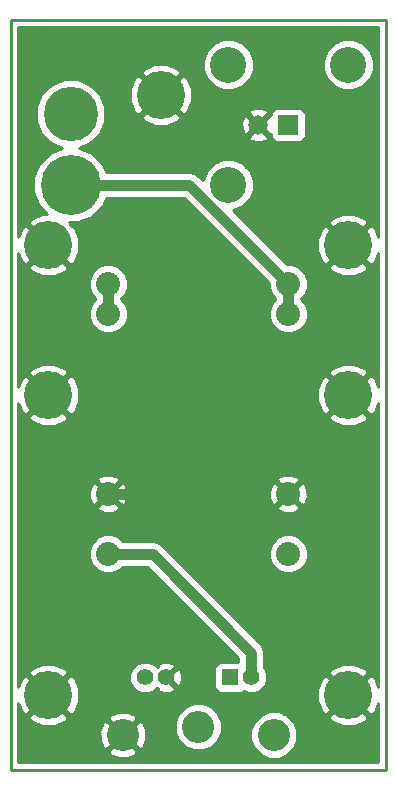
<source format=gtl>
G04 (created by PCBNEW-RS274X (2010-03-14)-final) date Fri 10 Jun 2011 04:11:06 PM PDT*
G01*
G70*
G90*
%MOIN*%
G04 Gerber Fmt 3.4, Leading zero omitted, Abs format*
%FSLAX34Y34*%
G04 APERTURE LIST*
%ADD10C,0.006000*%
%ADD11C,0.009000*%
%ADD12C,0.120000*%
%ADD13R,0.065000X0.065000*%
%ADD14C,0.065000*%
%ADD15C,0.107000*%
%ADD16C,0.056000*%
%ADD17R,0.056000X0.056000*%
%ADD18C,0.200000*%
%ADD19C,0.181100*%
%ADD20C,0.080000*%
%ADD21C,0.160000*%
%ADD22C,0.046000*%
%ADD23C,0.036000*%
%ADD24C,0.010000*%
G04 APERTURE END LIST*
G54D10*
G54D11*
X52250Y-29000D02*
X52250Y-54000D01*
X64750Y-29000D02*
X52250Y-29000D01*
X64750Y-54000D02*
X64750Y-29000D01*
X52250Y-54000D02*
X64750Y-54000D01*
G54D12*
X59500Y-30500D03*
X63500Y-30500D03*
G54D13*
X61500Y-32500D03*
G54D14*
X60500Y-32500D03*
G54D12*
X59500Y-34500D03*
G54D15*
X55980Y-52840D03*
X61020Y-52840D03*
G54D16*
X56730Y-50920D03*
X60270Y-50920D03*
X57435Y-50920D03*
G54D17*
X59565Y-50920D03*
G54D15*
X58500Y-52570D03*
G54D18*
X54250Y-34500D03*
G54D19*
X54250Y-32138D03*
G54D20*
X61500Y-37800D03*
X61500Y-38800D03*
X55500Y-37800D03*
X55500Y-38800D03*
X61500Y-44800D03*
X55500Y-44800D03*
X55500Y-46800D03*
X61500Y-46800D03*
G54D21*
X63500Y-41500D03*
X53500Y-51500D03*
X63500Y-51500D03*
X53500Y-41500D03*
X63500Y-36500D03*
X57250Y-31500D03*
X53500Y-36500D03*
G54D22*
X57000Y-44250D03*
G54D23*
X60270Y-50096D02*
X60270Y-50920D01*
X56974Y-46800D02*
X60270Y-50096D01*
X55500Y-46800D02*
X56974Y-46800D01*
X61500Y-38800D02*
X61500Y-37800D01*
X58200Y-34500D02*
X54250Y-34500D01*
X61500Y-37800D02*
X58200Y-34500D01*
X55500Y-38800D02*
X55500Y-37800D01*
X55500Y-44800D02*
X56450Y-44800D01*
X56450Y-44800D02*
X57000Y-44250D01*
G54D24*
X52495Y-29245D02*
X64505Y-29245D01*
X52495Y-29325D02*
X64505Y-29325D01*
X52495Y-29405D02*
X64505Y-29405D01*
X52495Y-29485D02*
X64505Y-29485D01*
X52495Y-29565D02*
X64505Y-29565D01*
X52495Y-29645D02*
X64505Y-29645D01*
X52495Y-29725D02*
X59151Y-29725D01*
X59850Y-29725D02*
X63151Y-29725D01*
X63850Y-29725D02*
X64505Y-29725D01*
X52495Y-29805D02*
X58994Y-29805D01*
X60007Y-29805D02*
X62994Y-29805D01*
X64007Y-29805D02*
X64505Y-29805D01*
X52495Y-29885D02*
X58914Y-29885D01*
X60087Y-29885D02*
X62914Y-29885D01*
X64087Y-29885D02*
X64505Y-29885D01*
X52495Y-29965D02*
X58834Y-29965D01*
X60167Y-29965D02*
X62834Y-29965D01*
X64167Y-29965D02*
X64505Y-29965D01*
X52495Y-30045D02*
X58769Y-30045D01*
X60232Y-30045D02*
X62769Y-30045D01*
X64232Y-30045D02*
X64505Y-30045D01*
X52495Y-30125D02*
X58736Y-30125D01*
X60265Y-30125D02*
X62736Y-30125D01*
X64265Y-30125D02*
X64505Y-30125D01*
X52495Y-30205D02*
X58703Y-30205D01*
X60298Y-30205D02*
X62703Y-30205D01*
X64298Y-30205D02*
X64505Y-30205D01*
X52495Y-30285D02*
X58669Y-30285D01*
X60331Y-30285D02*
X62669Y-30285D01*
X64331Y-30285D02*
X64505Y-30285D01*
X52495Y-30365D02*
X58650Y-30365D01*
X60350Y-30365D02*
X62650Y-30365D01*
X64350Y-30365D02*
X64505Y-30365D01*
X52495Y-30445D02*
X58650Y-30445D01*
X60350Y-30445D02*
X62650Y-30445D01*
X64350Y-30445D02*
X64505Y-30445D01*
X52495Y-30525D02*
X56911Y-30525D01*
X57583Y-30525D02*
X58650Y-30525D01*
X60350Y-30525D02*
X62650Y-30525D01*
X64350Y-30525D02*
X64505Y-30525D01*
X52495Y-30605D02*
X56718Y-30605D01*
X57782Y-30605D02*
X58650Y-30605D01*
X60350Y-30605D02*
X62650Y-30605D01*
X64350Y-30605D02*
X64505Y-30605D01*
X52495Y-30685D02*
X56637Y-30685D01*
X57864Y-30685D02*
X58657Y-30685D01*
X60343Y-30685D02*
X62657Y-30685D01*
X64343Y-30685D02*
X64505Y-30685D01*
X52495Y-30765D02*
X56590Y-30765D01*
X57911Y-30765D02*
X58690Y-30765D01*
X60310Y-30765D02*
X62690Y-30765D01*
X64310Y-30765D02*
X64505Y-30765D01*
X52495Y-30845D02*
X56506Y-30845D01*
X56524Y-30845D02*
X56666Y-30845D01*
X57834Y-30845D02*
X57976Y-30845D01*
X57995Y-30845D02*
X58723Y-30845D01*
X60277Y-30845D02*
X62723Y-30845D01*
X64277Y-30845D02*
X64505Y-30845D01*
X52495Y-30925D02*
X56373Y-30925D01*
X56604Y-30925D02*
X56746Y-30925D01*
X57754Y-30925D02*
X57896Y-30925D01*
X58128Y-30925D02*
X58756Y-30925D01*
X60243Y-30925D02*
X62756Y-30925D01*
X64243Y-30925D02*
X64505Y-30925D01*
X52495Y-31005D02*
X53968Y-31005D01*
X54534Y-31005D02*
X56341Y-31005D01*
X56684Y-31005D02*
X56826Y-31005D01*
X57674Y-31005D02*
X57816Y-31005D01*
X58161Y-31005D02*
X58803Y-31005D01*
X60196Y-31005D02*
X62803Y-31005D01*
X64196Y-31005D02*
X64505Y-31005D01*
X52495Y-31085D02*
X53775Y-31085D01*
X54727Y-31085D02*
X56309Y-31085D01*
X56764Y-31085D02*
X56906Y-31085D01*
X57594Y-31085D02*
X57736Y-31085D01*
X58194Y-31085D02*
X58883Y-31085D01*
X60116Y-31085D02*
X62883Y-31085D01*
X64116Y-31085D02*
X64505Y-31085D01*
X52495Y-31165D02*
X53590Y-31165D01*
X54911Y-31165D02*
X56276Y-31165D01*
X56844Y-31165D02*
X56986Y-31165D01*
X57514Y-31165D02*
X57656Y-31165D01*
X58227Y-31165D02*
X58963Y-31165D01*
X60036Y-31165D02*
X62963Y-31165D01*
X64036Y-31165D02*
X64505Y-31165D01*
X52495Y-31245D02*
X53510Y-31245D01*
X54991Y-31245D02*
X56244Y-31245D01*
X56924Y-31245D02*
X57066Y-31245D01*
X57434Y-31245D02*
X57576Y-31245D01*
X58261Y-31245D02*
X59078Y-31245D01*
X59921Y-31245D02*
X63078Y-31245D01*
X63921Y-31245D02*
X64505Y-31245D01*
X52495Y-31325D02*
X53430Y-31325D01*
X55071Y-31325D02*
X56220Y-31325D01*
X57004Y-31325D02*
X57146Y-31325D01*
X57354Y-31325D02*
X57496Y-31325D01*
X58278Y-31325D02*
X59270Y-31325D01*
X59728Y-31325D02*
X63270Y-31325D01*
X63728Y-31325D02*
X64505Y-31325D01*
X52495Y-31405D02*
X53350Y-31405D01*
X55151Y-31405D02*
X56220Y-31405D01*
X57084Y-31405D02*
X57226Y-31405D01*
X57274Y-31405D02*
X57416Y-31405D01*
X58278Y-31405D02*
X64505Y-31405D01*
X52495Y-31485D02*
X53271Y-31485D01*
X55230Y-31485D02*
X56221Y-31485D01*
X57164Y-31485D02*
X57336Y-31485D01*
X58279Y-31485D02*
X64505Y-31485D01*
X52495Y-31565D02*
X53238Y-31565D01*
X55263Y-31565D02*
X56221Y-31565D01*
X57114Y-31565D02*
X57386Y-31565D01*
X58280Y-31565D02*
X64505Y-31565D01*
X52495Y-31645D02*
X53204Y-31645D01*
X55296Y-31645D02*
X56222Y-31645D01*
X57034Y-31645D02*
X57176Y-31645D01*
X57324Y-31645D02*
X57466Y-31645D01*
X58280Y-31645D02*
X64505Y-31645D01*
X52495Y-31725D02*
X53171Y-31725D01*
X55329Y-31725D02*
X56227Y-31725D01*
X56954Y-31725D02*
X57096Y-31725D01*
X57404Y-31725D02*
X57546Y-31725D01*
X58268Y-31725D02*
X64505Y-31725D01*
X52495Y-31805D02*
X53138Y-31805D01*
X55362Y-31805D02*
X56260Y-31805D01*
X56874Y-31805D02*
X57016Y-31805D01*
X57484Y-31805D02*
X57626Y-31805D01*
X58236Y-31805D02*
X64505Y-31805D01*
X52495Y-31885D02*
X53105Y-31885D01*
X55396Y-31885D02*
X56293Y-31885D01*
X56794Y-31885D02*
X56936Y-31885D01*
X57564Y-31885D02*
X57706Y-31885D01*
X58203Y-31885D02*
X64505Y-31885D01*
X52495Y-31965D02*
X53095Y-31965D01*
X55405Y-31965D02*
X56327Y-31965D01*
X56714Y-31965D02*
X56856Y-31965D01*
X57644Y-31965D02*
X57786Y-31965D01*
X58171Y-31965D02*
X60310Y-31965D01*
X60677Y-31965D02*
X61033Y-31965D01*
X61967Y-31965D02*
X64505Y-31965D01*
X52495Y-32045D02*
X53095Y-32045D01*
X55405Y-32045D02*
X56360Y-32045D01*
X56634Y-32045D02*
X56776Y-32045D01*
X57724Y-32045D02*
X57866Y-32045D01*
X58139Y-32045D02*
X60193Y-32045D01*
X60808Y-32045D02*
X60960Y-32045D01*
X62041Y-32045D02*
X64505Y-32045D01*
X52495Y-32125D02*
X53095Y-32125D01*
X55405Y-32125D02*
X56455Y-32125D01*
X56554Y-32125D02*
X56696Y-32125D01*
X57804Y-32125D02*
X57946Y-32125D01*
X58044Y-32125D02*
X60196Y-32125D01*
X60804Y-32125D02*
X60926Y-32125D01*
X62074Y-32125D02*
X64505Y-32125D01*
X52495Y-32205D02*
X53095Y-32205D01*
X55405Y-32205D02*
X56616Y-32205D01*
X57884Y-32205D02*
X60008Y-32205D01*
X60134Y-32205D02*
X60276Y-32205D01*
X60724Y-32205D02*
X60866Y-32205D01*
X62074Y-32205D02*
X64505Y-32205D01*
X52495Y-32285D02*
X53095Y-32285D01*
X55405Y-32285D02*
X56619Y-32285D01*
X57880Y-32285D02*
X59979Y-32285D01*
X60214Y-32285D02*
X60356Y-32285D01*
X60644Y-32285D02*
X60786Y-32285D01*
X62074Y-32285D02*
X64505Y-32285D01*
X52495Y-32365D02*
X53095Y-32365D01*
X55405Y-32365D02*
X56666Y-32365D01*
X57833Y-32365D02*
X59951Y-32365D01*
X60294Y-32365D02*
X60436Y-32365D01*
X60564Y-32365D02*
X60706Y-32365D01*
X62074Y-32365D02*
X64505Y-32365D01*
X52495Y-32445D02*
X53127Y-32445D01*
X55373Y-32445D02*
X56842Y-32445D01*
X57661Y-32445D02*
X59933Y-32445D01*
X60374Y-32445D02*
X60626Y-32445D01*
X62074Y-32445D02*
X64505Y-32445D01*
X52495Y-32525D02*
X53160Y-32525D01*
X55339Y-32525D02*
X57041Y-32525D01*
X57468Y-32525D02*
X59937Y-32525D01*
X60404Y-32525D02*
X60596Y-32525D01*
X62074Y-32525D02*
X64505Y-32525D01*
X52495Y-32605D02*
X53193Y-32605D01*
X55306Y-32605D02*
X59942Y-32605D01*
X60324Y-32605D02*
X60466Y-32605D01*
X60534Y-32605D02*
X60676Y-32605D01*
X62074Y-32605D02*
X64505Y-32605D01*
X52495Y-32685D02*
X53226Y-32685D01*
X55273Y-32685D02*
X59962Y-32685D01*
X60244Y-32685D02*
X60386Y-32685D01*
X60614Y-32685D02*
X60756Y-32685D01*
X62074Y-32685D02*
X64505Y-32685D01*
X52495Y-32765D02*
X53259Y-32765D01*
X55240Y-32765D02*
X59995Y-32765D01*
X60164Y-32765D02*
X60306Y-32765D01*
X60694Y-32765D02*
X60836Y-32765D01*
X62074Y-32765D02*
X64505Y-32765D01*
X52495Y-32845D02*
X53323Y-32845D01*
X55176Y-32845D02*
X60226Y-32845D01*
X60774Y-32845D02*
X60926Y-32845D01*
X62074Y-32845D02*
X64505Y-32845D01*
X52495Y-32925D02*
X53403Y-32925D01*
X55096Y-32925D02*
X60183Y-32925D01*
X60816Y-32925D02*
X60947Y-32925D01*
X62053Y-32925D02*
X64505Y-32925D01*
X52495Y-33005D02*
X53483Y-33005D01*
X55016Y-33005D02*
X60240Y-33005D01*
X60764Y-33005D02*
X61003Y-33005D01*
X61997Y-33005D02*
X64505Y-33005D01*
X52495Y-33085D02*
X53563Y-33085D01*
X54936Y-33085D02*
X64505Y-33085D01*
X52495Y-33165D02*
X53711Y-33165D01*
X54787Y-33165D02*
X64505Y-33165D01*
X52495Y-33245D02*
X53905Y-33245D01*
X54593Y-33245D02*
X64505Y-33245D01*
X52495Y-33325D02*
X53820Y-33325D01*
X54680Y-33325D02*
X64505Y-33325D01*
X52495Y-33405D02*
X53628Y-33405D01*
X54873Y-33405D02*
X64505Y-33405D01*
X52495Y-33485D02*
X53498Y-33485D01*
X55003Y-33485D02*
X64505Y-33485D01*
X52495Y-33565D02*
X53418Y-33565D01*
X55083Y-33565D02*
X64505Y-33565D01*
X52495Y-33645D02*
X53338Y-33645D01*
X55163Y-33645D02*
X64505Y-33645D01*
X52495Y-33725D02*
X53258Y-33725D01*
X55243Y-33725D02*
X59150Y-33725D01*
X59850Y-33725D02*
X64505Y-33725D01*
X52495Y-33805D02*
X53186Y-33805D01*
X55315Y-33805D02*
X58994Y-33805D01*
X60007Y-33805D02*
X64505Y-33805D01*
X52495Y-33885D02*
X53153Y-33885D01*
X55348Y-33885D02*
X58914Y-33885D01*
X60087Y-33885D02*
X64505Y-33885D01*
X52495Y-33965D02*
X53119Y-33965D01*
X55381Y-33965D02*
X58834Y-33965D01*
X60167Y-33965D02*
X64505Y-33965D01*
X52495Y-34045D02*
X53086Y-34045D01*
X55414Y-34045D02*
X58769Y-34045D01*
X60232Y-34045D02*
X64505Y-34045D01*
X52495Y-34125D02*
X53053Y-34125D01*
X58398Y-34125D02*
X58736Y-34125D01*
X60265Y-34125D02*
X64505Y-34125D01*
X52495Y-34205D02*
X53020Y-34205D01*
X58513Y-34205D02*
X58703Y-34205D01*
X60298Y-34205D02*
X64505Y-34205D01*
X52495Y-34285D02*
X53001Y-34285D01*
X58593Y-34285D02*
X58669Y-34285D01*
X60331Y-34285D02*
X64505Y-34285D01*
X52495Y-34365D02*
X53001Y-34365D01*
X60350Y-34365D02*
X64505Y-34365D01*
X52495Y-34445D02*
X53001Y-34445D01*
X60350Y-34445D02*
X64505Y-34445D01*
X52495Y-34525D02*
X53001Y-34525D01*
X60350Y-34525D02*
X64505Y-34525D01*
X52495Y-34605D02*
X53001Y-34605D01*
X60350Y-34605D02*
X64505Y-34605D01*
X52495Y-34685D02*
X53001Y-34685D01*
X60343Y-34685D02*
X64505Y-34685D01*
X52495Y-34765D02*
X53007Y-34765D01*
X60310Y-34765D02*
X64505Y-34765D01*
X52495Y-34845D02*
X53040Y-34845D01*
X60277Y-34845D02*
X64505Y-34845D01*
X52495Y-34925D02*
X53073Y-34925D01*
X60243Y-34925D02*
X64505Y-34925D01*
X52495Y-35005D02*
X53106Y-35005D01*
X55393Y-35005D02*
X58096Y-35005D01*
X60196Y-35005D02*
X64505Y-35005D01*
X52495Y-35085D02*
X53139Y-35085D01*
X55360Y-35085D02*
X58176Y-35085D01*
X60116Y-35085D02*
X64505Y-35085D01*
X52495Y-35165D02*
X53172Y-35165D01*
X55327Y-35165D02*
X58256Y-35165D01*
X60036Y-35165D02*
X64505Y-35165D01*
X52495Y-35245D02*
X53228Y-35245D01*
X55272Y-35245D02*
X58336Y-35245D01*
X59921Y-35245D02*
X64505Y-35245D01*
X52495Y-35325D02*
X53308Y-35325D01*
X55192Y-35325D02*
X58416Y-35325D01*
X59728Y-35325D02*
X64505Y-35325D01*
X52495Y-35405D02*
X53388Y-35405D01*
X55112Y-35405D02*
X58496Y-35405D01*
X59713Y-35405D02*
X64505Y-35405D01*
X52495Y-35485D02*
X53258Y-35485D01*
X55032Y-35485D02*
X58576Y-35485D01*
X59793Y-35485D02*
X63258Y-35485D01*
X63734Y-35485D02*
X64505Y-35485D01*
X52495Y-35565D02*
X53064Y-35565D01*
X54944Y-35565D02*
X58656Y-35565D01*
X59873Y-35565D02*
X63064Y-35565D01*
X63932Y-35565D02*
X64505Y-35565D01*
X52495Y-35645D02*
X52911Y-35645D01*
X54751Y-35645D02*
X58736Y-35645D01*
X59953Y-35645D02*
X62911Y-35645D01*
X64090Y-35645D02*
X64505Y-35645D01*
X52495Y-35725D02*
X52864Y-35725D01*
X54557Y-35725D02*
X58816Y-35725D01*
X60033Y-35725D02*
X62864Y-35725D01*
X64137Y-35725D02*
X64505Y-35725D01*
X52495Y-35805D02*
X52876Y-35805D01*
X54246Y-35805D02*
X58896Y-35805D01*
X60113Y-35805D02*
X62876Y-35805D01*
X64124Y-35805D02*
X64505Y-35805D01*
X52495Y-35885D02*
X52689Y-35885D01*
X52814Y-35885D02*
X52956Y-35885D01*
X54312Y-35885D02*
X58976Y-35885D01*
X60193Y-35885D02*
X62689Y-35885D01*
X62814Y-35885D02*
X62956Y-35885D01*
X64044Y-35885D02*
X64186Y-35885D01*
X64312Y-35885D02*
X64505Y-35885D01*
X52495Y-35965D02*
X52607Y-35965D01*
X52894Y-35965D02*
X53036Y-35965D01*
X54394Y-35965D02*
X59056Y-35965D01*
X60273Y-35965D02*
X62607Y-35965D01*
X62894Y-35965D02*
X63036Y-35965D01*
X63964Y-35965D02*
X64106Y-35965D01*
X64395Y-35965D02*
X64505Y-35965D01*
X52495Y-36045D02*
X52575Y-36045D01*
X52974Y-36045D02*
X53116Y-36045D01*
X54428Y-36045D02*
X59136Y-36045D01*
X60353Y-36045D02*
X62575Y-36045D01*
X62974Y-36045D02*
X63116Y-36045D01*
X63884Y-36045D02*
X64026Y-36045D01*
X64428Y-36045D02*
X64505Y-36045D01*
X52495Y-36125D02*
X52542Y-36125D01*
X53054Y-36125D02*
X53196Y-36125D01*
X54461Y-36125D02*
X59216Y-36125D01*
X60433Y-36125D02*
X62543Y-36125D01*
X63054Y-36125D02*
X63196Y-36125D01*
X63804Y-36125D02*
X63946Y-36125D01*
X64461Y-36125D02*
X64505Y-36125D01*
X52495Y-36205D02*
X52510Y-36205D01*
X53134Y-36205D02*
X53276Y-36205D01*
X54494Y-36205D02*
X59296Y-36205D01*
X60513Y-36205D02*
X62510Y-36205D01*
X63134Y-36205D02*
X63276Y-36205D01*
X63724Y-36205D02*
X63866Y-36205D01*
X64494Y-36205D02*
X64505Y-36205D01*
X53214Y-36285D02*
X53356Y-36285D01*
X54527Y-36285D02*
X59376Y-36285D01*
X60593Y-36285D02*
X62478Y-36285D01*
X63214Y-36285D02*
X63356Y-36285D01*
X63644Y-36285D02*
X63786Y-36285D01*
X53294Y-36365D02*
X53436Y-36365D01*
X54528Y-36365D02*
X59456Y-36365D01*
X60673Y-36365D02*
X62470Y-36365D01*
X63294Y-36365D02*
X63436Y-36365D01*
X63564Y-36365D02*
X63706Y-36365D01*
X53374Y-36445D02*
X53516Y-36445D01*
X54529Y-36445D02*
X59536Y-36445D01*
X60753Y-36445D02*
X62471Y-36445D01*
X63374Y-36445D02*
X63626Y-36445D01*
X53404Y-36525D02*
X53596Y-36525D01*
X54529Y-36525D02*
X59616Y-36525D01*
X60833Y-36525D02*
X62471Y-36525D01*
X63404Y-36525D02*
X63596Y-36525D01*
X53324Y-36605D02*
X53466Y-36605D01*
X53534Y-36605D02*
X53676Y-36605D01*
X54530Y-36605D02*
X59696Y-36605D01*
X60913Y-36605D02*
X62472Y-36605D01*
X63324Y-36605D02*
X63466Y-36605D01*
X63534Y-36605D02*
X63676Y-36605D01*
X53244Y-36685D02*
X53386Y-36685D01*
X53614Y-36685D02*
X53756Y-36685D01*
X54530Y-36685D02*
X59776Y-36685D01*
X60993Y-36685D02*
X62472Y-36685D01*
X63244Y-36685D02*
X63386Y-36685D01*
X63614Y-36685D02*
X63756Y-36685D01*
X53164Y-36765D02*
X53306Y-36765D01*
X53694Y-36765D02*
X53836Y-36765D01*
X54502Y-36765D02*
X59856Y-36765D01*
X61073Y-36765D02*
X62494Y-36765D01*
X63164Y-36765D02*
X63306Y-36765D01*
X63694Y-36765D02*
X63836Y-36765D01*
X64502Y-36765D02*
X64505Y-36765D01*
X52495Y-36845D02*
X52527Y-36845D01*
X53084Y-36845D02*
X53226Y-36845D01*
X53774Y-36845D02*
X53916Y-36845D01*
X54470Y-36845D02*
X59936Y-36845D01*
X61153Y-36845D02*
X62527Y-36845D01*
X63084Y-36845D02*
X63226Y-36845D01*
X63774Y-36845D02*
X63916Y-36845D01*
X64469Y-36845D02*
X64505Y-36845D01*
X52495Y-36925D02*
X52560Y-36925D01*
X53004Y-36925D02*
X53146Y-36925D01*
X53854Y-36925D02*
X53996Y-36925D01*
X54437Y-36925D02*
X60016Y-36925D01*
X61233Y-36925D02*
X62560Y-36925D01*
X63004Y-36925D02*
X63146Y-36925D01*
X63854Y-36925D02*
X63996Y-36925D01*
X64437Y-36925D02*
X64505Y-36925D01*
X52495Y-37005D02*
X52593Y-37005D01*
X52924Y-37005D02*
X53066Y-37005D01*
X53934Y-37005D02*
X54076Y-37005D01*
X54405Y-37005D02*
X60096Y-37005D01*
X61313Y-37005D02*
X62593Y-37005D01*
X62924Y-37005D02*
X63066Y-37005D01*
X63934Y-37005D02*
X64076Y-37005D01*
X64405Y-37005D02*
X64505Y-37005D01*
X52495Y-37085D02*
X52638Y-37085D01*
X52844Y-37085D02*
X52986Y-37085D01*
X54014Y-37085D02*
X54156Y-37085D01*
X54361Y-37085D02*
X60176Y-37085D01*
X61393Y-37085D02*
X62638Y-37085D01*
X62844Y-37085D02*
X62986Y-37085D01*
X64014Y-37085D02*
X64156Y-37085D01*
X64361Y-37085D02*
X64505Y-37085D01*
X52495Y-37165D02*
X52906Y-37165D01*
X54094Y-37165D02*
X55338Y-37165D01*
X55663Y-37165D02*
X60256Y-37165D01*
X61663Y-37165D02*
X62906Y-37165D01*
X64094Y-37165D02*
X64505Y-37165D01*
X52495Y-37245D02*
X52845Y-37245D01*
X54154Y-37245D02*
X55145Y-37245D01*
X55856Y-37245D02*
X60336Y-37245D01*
X61856Y-37245D02*
X62845Y-37245D01*
X64154Y-37245D02*
X64505Y-37245D01*
X52495Y-37325D02*
X52892Y-37325D01*
X54107Y-37325D02*
X55057Y-37325D01*
X55943Y-37325D02*
X60416Y-37325D01*
X61943Y-37325D02*
X62892Y-37325D01*
X64107Y-37325D02*
X64505Y-37325D01*
X52495Y-37405D02*
X52993Y-37405D01*
X54008Y-37405D02*
X54977Y-37405D01*
X56023Y-37405D02*
X60496Y-37405D01*
X62023Y-37405D02*
X62993Y-37405D01*
X64008Y-37405D02*
X64505Y-37405D01*
X52495Y-37485D02*
X53192Y-37485D01*
X53815Y-37485D02*
X54929Y-37485D01*
X56072Y-37485D02*
X60576Y-37485D01*
X62072Y-37485D02*
X63192Y-37485D01*
X63815Y-37485D02*
X64505Y-37485D01*
X52495Y-37565D02*
X54895Y-37565D01*
X56106Y-37565D02*
X60656Y-37565D01*
X62106Y-37565D02*
X64505Y-37565D01*
X52495Y-37645D02*
X54862Y-37645D01*
X56139Y-37645D02*
X60736Y-37645D01*
X62139Y-37645D02*
X64505Y-37645D01*
X52495Y-37725D02*
X54851Y-37725D01*
X56149Y-37725D02*
X60816Y-37725D01*
X62149Y-37725D02*
X64505Y-37725D01*
X52495Y-37805D02*
X54851Y-37805D01*
X56149Y-37805D02*
X60851Y-37805D01*
X62149Y-37805D02*
X64505Y-37805D01*
X52495Y-37885D02*
X54851Y-37885D01*
X56149Y-37885D02*
X60851Y-37885D01*
X62149Y-37885D02*
X64505Y-37885D01*
X52495Y-37965D02*
X54865Y-37965D01*
X56134Y-37965D02*
X60865Y-37965D01*
X62134Y-37965D02*
X64505Y-37965D01*
X52495Y-38045D02*
X54899Y-38045D01*
X56100Y-38045D02*
X60899Y-38045D01*
X62100Y-38045D02*
X64505Y-38045D01*
X52495Y-38125D02*
X54932Y-38125D01*
X56067Y-38125D02*
X60932Y-38125D01*
X62067Y-38125D02*
X64505Y-38125D01*
X52495Y-38205D02*
X54987Y-38205D01*
X56013Y-38205D02*
X60987Y-38205D01*
X62013Y-38205D02*
X64505Y-38205D01*
X52495Y-38285D02*
X55067Y-38285D01*
X55933Y-38285D02*
X61067Y-38285D01*
X61933Y-38285D02*
X64505Y-38285D01*
X52495Y-38365D02*
X55017Y-38365D01*
X55983Y-38365D02*
X61017Y-38365D01*
X61983Y-38365D02*
X64505Y-38365D01*
X52495Y-38445D02*
X54945Y-38445D01*
X56056Y-38445D02*
X60945Y-38445D01*
X62056Y-38445D02*
X64505Y-38445D01*
X52495Y-38525D02*
X54912Y-38525D01*
X56089Y-38525D02*
X60912Y-38525D01*
X62089Y-38525D02*
X64505Y-38525D01*
X52495Y-38605D02*
X54879Y-38605D01*
X56122Y-38605D02*
X60879Y-38605D01*
X62122Y-38605D02*
X64505Y-38605D01*
X52495Y-38685D02*
X54851Y-38685D01*
X56149Y-38685D02*
X60851Y-38685D01*
X62149Y-38685D02*
X64505Y-38685D01*
X52495Y-38765D02*
X54851Y-38765D01*
X56149Y-38765D02*
X60851Y-38765D01*
X62149Y-38765D02*
X64505Y-38765D01*
X52495Y-38845D02*
X54851Y-38845D01*
X56149Y-38845D02*
X60851Y-38845D01*
X62149Y-38845D02*
X64505Y-38845D01*
X52495Y-38925D02*
X54851Y-38925D01*
X56149Y-38925D02*
X60851Y-38925D01*
X62149Y-38925D02*
X64505Y-38925D01*
X52495Y-39005D02*
X54882Y-39005D01*
X56117Y-39005D02*
X60882Y-39005D01*
X62117Y-39005D02*
X64505Y-39005D01*
X52495Y-39085D02*
X54915Y-39085D01*
X56084Y-39085D02*
X60915Y-39085D01*
X62084Y-39085D02*
X64505Y-39085D01*
X52495Y-39165D02*
X54948Y-39165D01*
X56051Y-39165D02*
X60948Y-39165D01*
X62051Y-39165D02*
X64505Y-39165D01*
X52495Y-39245D02*
X55027Y-39245D01*
X55973Y-39245D02*
X61027Y-39245D01*
X61973Y-39245D02*
X64505Y-39245D01*
X52495Y-39325D02*
X55107Y-39325D01*
X55893Y-39325D02*
X61107Y-39325D01*
X61893Y-39325D02*
X64505Y-39325D01*
X52495Y-39405D02*
X55264Y-39405D01*
X55735Y-39405D02*
X61264Y-39405D01*
X61735Y-39405D02*
X64505Y-39405D01*
X52495Y-39485D02*
X64505Y-39485D01*
X52495Y-39565D02*
X64505Y-39565D01*
X52495Y-39645D02*
X64505Y-39645D01*
X52495Y-39725D02*
X64505Y-39725D01*
X52495Y-39805D02*
X64505Y-39805D01*
X52495Y-39885D02*
X64505Y-39885D01*
X52495Y-39965D02*
X64505Y-39965D01*
X52495Y-40045D02*
X64505Y-40045D01*
X52495Y-40125D02*
X64505Y-40125D01*
X52495Y-40205D02*
X64505Y-40205D01*
X52495Y-40285D02*
X64505Y-40285D01*
X52495Y-40365D02*
X64505Y-40365D01*
X52495Y-40445D02*
X64505Y-40445D01*
X52495Y-40525D02*
X53161Y-40525D01*
X53833Y-40525D02*
X63161Y-40525D01*
X63833Y-40525D02*
X64505Y-40525D01*
X52495Y-40605D02*
X52968Y-40605D01*
X54032Y-40605D02*
X62968Y-40605D01*
X64032Y-40605D02*
X64505Y-40605D01*
X52495Y-40685D02*
X52887Y-40685D01*
X54114Y-40685D02*
X62887Y-40685D01*
X64114Y-40685D02*
X64505Y-40685D01*
X52495Y-40765D02*
X52840Y-40765D01*
X54161Y-40765D02*
X62840Y-40765D01*
X64161Y-40765D02*
X64505Y-40765D01*
X52495Y-40845D02*
X52756Y-40845D01*
X52774Y-40845D02*
X52916Y-40845D01*
X54084Y-40845D02*
X54226Y-40845D01*
X54245Y-40845D02*
X62756Y-40845D01*
X62774Y-40845D02*
X62916Y-40845D01*
X64084Y-40845D02*
X64226Y-40845D01*
X64245Y-40845D02*
X64505Y-40845D01*
X52495Y-40925D02*
X52623Y-40925D01*
X52854Y-40925D02*
X52996Y-40925D01*
X54004Y-40925D02*
X54146Y-40925D01*
X54378Y-40925D02*
X62623Y-40925D01*
X62854Y-40925D02*
X62996Y-40925D01*
X64004Y-40925D02*
X64146Y-40925D01*
X64378Y-40925D02*
X64505Y-40925D01*
X52495Y-41005D02*
X52591Y-41005D01*
X52934Y-41005D02*
X53076Y-41005D01*
X53924Y-41005D02*
X54066Y-41005D01*
X54411Y-41005D02*
X62591Y-41005D01*
X62934Y-41005D02*
X63076Y-41005D01*
X63924Y-41005D02*
X64066Y-41005D01*
X64411Y-41005D02*
X64505Y-41005D01*
X52495Y-41085D02*
X52558Y-41085D01*
X53014Y-41085D02*
X53156Y-41085D01*
X53844Y-41085D02*
X53986Y-41085D01*
X54444Y-41085D02*
X62559Y-41085D01*
X63014Y-41085D02*
X63156Y-41085D01*
X63844Y-41085D02*
X63986Y-41085D01*
X64444Y-41085D02*
X64505Y-41085D01*
X52495Y-41165D02*
X52526Y-41165D01*
X53094Y-41165D02*
X53236Y-41165D01*
X53764Y-41165D02*
X53906Y-41165D01*
X54477Y-41165D02*
X62526Y-41165D01*
X63094Y-41165D02*
X63236Y-41165D01*
X63764Y-41165D02*
X63906Y-41165D01*
X64478Y-41165D02*
X64505Y-41165D01*
X53174Y-41245D02*
X53316Y-41245D01*
X53684Y-41245D02*
X53826Y-41245D01*
X54511Y-41245D02*
X62494Y-41245D01*
X63174Y-41245D02*
X63316Y-41245D01*
X63684Y-41245D02*
X63826Y-41245D01*
X53254Y-41325D02*
X53396Y-41325D01*
X53604Y-41325D02*
X53746Y-41325D01*
X54528Y-41325D02*
X62470Y-41325D01*
X63254Y-41325D02*
X63396Y-41325D01*
X63604Y-41325D02*
X63746Y-41325D01*
X53334Y-41405D02*
X53476Y-41405D01*
X53524Y-41405D02*
X53666Y-41405D01*
X54528Y-41405D02*
X62470Y-41405D01*
X63334Y-41405D02*
X63476Y-41405D01*
X63524Y-41405D02*
X63666Y-41405D01*
X53414Y-41485D02*
X53586Y-41485D01*
X54529Y-41485D02*
X62471Y-41485D01*
X63414Y-41485D02*
X63586Y-41485D01*
X53364Y-41565D02*
X53636Y-41565D01*
X54530Y-41565D02*
X62471Y-41565D01*
X63364Y-41565D02*
X63636Y-41565D01*
X53284Y-41645D02*
X53426Y-41645D01*
X53574Y-41645D02*
X53716Y-41645D01*
X54530Y-41645D02*
X62472Y-41645D01*
X63284Y-41645D02*
X63426Y-41645D01*
X63574Y-41645D02*
X63716Y-41645D01*
X53204Y-41725D02*
X53346Y-41725D01*
X53654Y-41725D02*
X53796Y-41725D01*
X54518Y-41725D02*
X62477Y-41725D01*
X63204Y-41725D02*
X63346Y-41725D01*
X63654Y-41725D02*
X63796Y-41725D01*
X52495Y-41805D02*
X52510Y-41805D01*
X53124Y-41805D02*
X53266Y-41805D01*
X53734Y-41805D02*
X53876Y-41805D01*
X54486Y-41805D02*
X62510Y-41805D01*
X63124Y-41805D02*
X63266Y-41805D01*
X63734Y-41805D02*
X63876Y-41805D01*
X64486Y-41805D02*
X64505Y-41805D01*
X52495Y-41885D02*
X52543Y-41885D01*
X53044Y-41885D02*
X53186Y-41885D01*
X53814Y-41885D02*
X53956Y-41885D01*
X54453Y-41885D02*
X62543Y-41885D01*
X63044Y-41885D02*
X63186Y-41885D01*
X63814Y-41885D02*
X63956Y-41885D01*
X64453Y-41885D02*
X64505Y-41885D01*
X52495Y-41965D02*
X52577Y-41965D01*
X52964Y-41965D02*
X53106Y-41965D01*
X53894Y-41965D02*
X54036Y-41965D01*
X54421Y-41965D02*
X62577Y-41965D01*
X62964Y-41965D02*
X63106Y-41965D01*
X63894Y-41965D02*
X64036Y-41965D01*
X64421Y-41965D02*
X64505Y-41965D01*
X52495Y-42045D02*
X52610Y-42045D01*
X52884Y-42045D02*
X53026Y-42045D01*
X53974Y-42045D02*
X54116Y-42045D01*
X54389Y-42045D02*
X62610Y-42045D01*
X62884Y-42045D02*
X63026Y-42045D01*
X63974Y-42045D02*
X64116Y-42045D01*
X64389Y-42045D02*
X64505Y-42045D01*
X52495Y-42125D02*
X52705Y-42125D01*
X52804Y-42125D02*
X52946Y-42125D01*
X54054Y-42125D02*
X54196Y-42125D01*
X54294Y-42125D02*
X62705Y-42125D01*
X62804Y-42125D02*
X62946Y-42125D01*
X64054Y-42125D02*
X64196Y-42125D01*
X64294Y-42125D02*
X64505Y-42125D01*
X52495Y-42205D02*
X52866Y-42205D01*
X54134Y-42205D02*
X62866Y-42205D01*
X64134Y-42205D02*
X64505Y-42205D01*
X52495Y-42285D02*
X52869Y-42285D01*
X54130Y-42285D02*
X62869Y-42285D01*
X64130Y-42285D02*
X64505Y-42285D01*
X52495Y-42365D02*
X52916Y-42365D01*
X54083Y-42365D02*
X62916Y-42365D01*
X64083Y-42365D02*
X64505Y-42365D01*
X52495Y-42445D02*
X53092Y-42445D01*
X53911Y-42445D02*
X63092Y-42445D01*
X63911Y-42445D02*
X64505Y-42445D01*
X52495Y-42525D02*
X53291Y-42525D01*
X53718Y-42525D02*
X63291Y-42525D01*
X63718Y-42525D02*
X64505Y-42525D01*
X52495Y-42605D02*
X64505Y-42605D01*
X52495Y-42685D02*
X64505Y-42685D01*
X52495Y-42765D02*
X64505Y-42765D01*
X52495Y-42845D02*
X64505Y-42845D01*
X52495Y-42925D02*
X64505Y-42925D01*
X52495Y-43005D02*
X64505Y-43005D01*
X52495Y-43085D02*
X64505Y-43085D01*
X52495Y-43165D02*
X64505Y-43165D01*
X52495Y-43245D02*
X64505Y-43245D01*
X52495Y-43325D02*
X64505Y-43325D01*
X52495Y-43405D02*
X64505Y-43405D01*
X52495Y-43485D02*
X64505Y-43485D01*
X52495Y-43565D02*
X64505Y-43565D01*
X52495Y-43645D02*
X64505Y-43645D01*
X52495Y-43725D02*
X64505Y-43725D01*
X52495Y-43805D02*
X64505Y-43805D01*
X52495Y-43885D02*
X64505Y-43885D01*
X52495Y-43965D02*
X64505Y-43965D01*
X52495Y-44045D02*
X64505Y-44045D01*
X52495Y-44125D02*
X64505Y-44125D01*
X52495Y-44205D02*
X55261Y-44205D01*
X55729Y-44205D02*
X61261Y-44205D01*
X61729Y-44205D02*
X64505Y-44205D01*
X52495Y-44285D02*
X55146Y-44285D01*
X55855Y-44285D02*
X61146Y-44285D01*
X61855Y-44285D02*
X64505Y-44285D01*
X52495Y-44365D02*
X55136Y-44365D01*
X55864Y-44365D02*
X61136Y-44365D01*
X61864Y-44365D02*
X64505Y-44365D01*
X52495Y-44445D02*
X54988Y-44445D01*
X55074Y-44445D02*
X55216Y-44445D01*
X55784Y-44445D02*
X55926Y-44445D01*
X56013Y-44445D02*
X60988Y-44445D01*
X61074Y-44445D02*
X61216Y-44445D01*
X61784Y-44445D02*
X61926Y-44445D01*
X62013Y-44445D02*
X64505Y-44445D01*
X52495Y-44525D02*
X54923Y-44525D01*
X55154Y-44525D02*
X55296Y-44525D01*
X55704Y-44525D02*
X55846Y-44525D01*
X56081Y-44525D02*
X60923Y-44525D01*
X61154Y-44525D02*
X61296Y-44525D01*
X61704Y-44525D02*
X61846Y-44525D01*
X62081Y-44525D02*
X64505Y-44525D01*
X52495Y-44605D02*
X54893Y-44605D01*
X55234Y-44605D02*
X55376Y-44605D01*
X55624Y-44605D02*
X55766Y-44605D01*
X56114Y-44605D02*
X60893Y-44605D01*
X61234Y-44605D02*
X61376Y-44605D01*
X61624Y-44605D02*
X61766Y-44605D01*
X62114Y-44605D02*
X64505Y-44605D01*
X52495Y-44685D02*
X54864Y-44685D01*
X55314Y-44685D02*
X55456Y-44685D01*
X55544Y-44685D02*
X55686Y-44685D01*
X56133Y-44685D02*
X60864Y-44685D01*
X61314Y-44685D02*
X61456Y-44685D01*
X61544Y-44685D02*
X61686Y-44685D01*
X62133Y-44685D02*
X64505Y-44685D01*
X52495Y-44765D02*
X54861Y-44765D01*
X55394Y-44765D02*
X55606Y-44765D01*
X56136Y-44765D02*
X60861Y-44765D01*
X61394Y-44765D02*
X61606Y-44765D01*
X62136Y-44765D02*
X64505Y-44765D01*
X52495Y-44845D02*
X54864Y-44845D01*
X55384Y-44845D02*
X55616Y-44845D01*
X56139Y-44845D02*
X60864Y-44845D01*
X61384Y-44845D02*
X61616Y-44845D01*
X62139Y-44845D02*
X64505Y-44845D01*
X52495Y-44925D02*
X54867Y-44925D01*
X55304Y-44925D02*
X55446Y-44925D01*
X55554Y-44925D02*
X55696Y-44925D01*
X56132Y-44925D02*
X60867Y-44925D01*
X61304Y-44925D02*
X61446Y-44925D01*
X61554Y-44925D02*
X61696Y-44925D01*
X62132Y-44925D02*
X64505Y-44925D01*
X52495Y-45005D02*
X54891Y-45005D01*
X55224Y-45005D02*
X55366Y-45005D01*
X55634Y-45005D02*
X55776Y-45005D01*
X56103Y-45005D02*
X60891Y-45005D01*
X61224Y-45005D02*
X61366Y-45005D01*
X61634Y-45005D02*
X61776Y-45005D01*
X62103Y-45005D02*
X64505Y-45005D01*
X52495Y-45085D02*
X54923Y-45085D01*
X55144Y-45085D02*
X55286Y-45085D01*
X55714Y-45085D02*
X55856Y-45085D01*
X56074Y-45085D02*
X60923Y-45085D01*
X61144Y-45085D02*
X61286Y-45085D01*
X61714Y-45085D02*
X61856Y-45085D01*
X62074Y-45085D02*
X64505Y-45085D01*
X52495Y-45165D02*
X55015Y-45165D01*
X55064Y-45165D02*
X55206Y-45165D01*
X55794Y-45165D02*
X55936Y-45165D01*
X55984Y-45165D02*
X61015Y-45165D01*
X61064Y-45165D02*
X61206Y-45165D01*
X61794Y-45165D02*
X61936Y-45165D01*
X61984Y-45165D02*
X64505Y-45165D01*
X52495Y-45245D02*
X55126Y-45245D01*
X55874Y-45245D02*
X61126Y-45245D01*
X61874Y-45245D02*
X64505Y-45245D01*
X52495Y-45325D02*
X55149Y-45325D01*
X55850Y-45325D02*
X61149Y-45325D01*
X61850Y-45325D02*
X64505Y-45325D01*
X52495Y-45405D02*
X55299Y-45405D01*
X55714Y-45405D02*
X61299Y-45405D01*
X61714Y-45405D02*
X64505Y-45405D01*
X52495Y-45485D02*
X64505Y-45485D01*
X52495Y-45565D02*
X64505Y-45565D01*
X52495Y-45645D02*
X64505Y-45645D01*
X52495Y-45725D02*
X64505Y-45725D01*
X52495Y-45805D02*
X64505Y-45805D01*
X52495Y-45885D02*
X64505Y-45885D01*
X52495Y-45965D02*
X64505Y-45965D01*
X52495Y-46045D02*
X64505Y-46045D01*
X52495Y-46125D02*
X64505Y-46125D01*
X52495Y-46205D02*
X55241Y-46205D01*
X55760Y-46205D02*
X61241Y-46205D01*
X61760Y-46205D02*
X64505Y-46205D01*
X52495Y-46285D02*
X55097Y-46285D01*
X55904Y-46285D02*
X61097Y-46285D01*
X61903Y-46285D02*
X64505Y-46285D01*
X52495Y-46365D02*
X55017Y-46365D01*
X55984Y-46365D02*
X61017Y-46365D01*
X61983Y-46365D02*
X64505Y-46365D01*
X52495Y-46445D02*
X54945Y-46445D01*
X57202Y-46445D02*
X60945Y-46445D01*
X62056Y-46445D02*
X64505Y-46445D01*
X52495Y-46525D02*
X54912Y-46525D01*
X57307Y-46525D02*
X60912Y-46525D01*
X62089Y-46525D02*
X64505Y-46525D01*
X52495Y-46605D02*
X54879Y-46605D01*
X57387Y-46605D02*
X60879Y-46605D01*
X62122Y-46605D02*
X64505Y-46605D01*
X52495Y-46685D02*
X54851Y-46685D01*
X57467Y-46685D02*
X60851Y-46685D01*
X62149Y-46685D02*
X64505Y-46685D01*
X52495Y-46765D02*
X54851Y-46765D01*
X57547Y-46765D02*
X60851Y-46765D01*
X62149Y-46765D02*
X64505Y-46765D01*
X52495Y-46845D02*
X54851Y-46845D01*
X57627Y-46845D02*
X60851Y-46845D01*
X62149Y-46845D02*
X64505Y-46845D01*
X52495Y-46925D02*
X54851Y-46925D01*
X57707Y-46925D02*
X60851Y-46925D01*
X62149Y-46925D02*
X64505Y-46925D01*
X52495Y-47005D02*
X54882Y-47005D01*
X57787Y-47005D02*
X60882Y-47005D01*
X62117Y-47005D02*
X64505Y-47005D01*
X52495Y-47085D02*
X54915Y-47085D01*
X57867Y-47085D02*
X60915Y-47085D01*
X62084Y-47085D02*
X64505Y-47085D01*
X52495Y-47165D02*
X54948Y-47165D01*
X57947Y-47165D02*
X60948Y-47165D01*
X62051Y-47165D02*
X64505Y-47165D01*
X52495Y-47245D02*
X55027Y-47245D01*
X55972Y-47245D02*
X56811Y-47245D01*
X58027Y-47245D02*
X61027Y-47245D01*
X61973Y-47245D02*
X64505Y-47245D01*
X52495Y-47325D02*
X55107Y-47325D01*
X55892Y-47325D02*
X56891Y-47325D01*
X58107Y-47325D02*
X61107Y-47325D01*
X61893Y-47325D02*
X64505Y-47325D01*
X52495Y-47405D02*
X55264Y-47405D01*
X55735Y-47405D02*
X56971Y-47405D01*
X58187Y-47405D02*
X61264Y-47405D01*
X61735Y-47405D02*
X64505Y-47405D01*
X52495Y-47485D02*
X57051Y-47485D01*
X58267Y-47485D02*
X64505Y-47485D01*
X52495Y-47565D02*
X57131Y-47565D01*
X58347Y-47565D02*
X64505Y-47565D01*
X52495Y-47645D02*
X57211Y-47645D01*
X58427Y-47645D02*
X64505Y-47645D01*
X52495Y-47725D02*
X57291Y-47725D01*
X58507Y-47725D02*
X64505Y-47725D01*
X52495Y-47805D02*
X57371Y-47805D01*
X58587Y-47805D02*
X64505Y-47805D01*
X52495Y-47885D02*
X57451Y-47885D01*
X58667Y-47885D02*
X64505Y-47885D01*
X52495Y-47965D02*
X57531Y-47965D01*
X58747Y-47965D02*
X64505Y-47965D01*
X52495Y-48045D02*
X57611Y-48045D01*
X58827Y-48045D02*
X64505Y-48045D01*
X52495Y-48125D02*
X57691Y-48125D01*
X58907Y-48125D02*
X64505Y-48125D01*
X52495Y-48205D02*
X57771Y-48205D01*
X58987Y-48205D02*
X64505Y-48205D01*
X52495Y-48285D02*
X57851Y-48285D01*
X59067Y-48285D02*
X64505Y-48285D01*
X52495Y-48365D02*
X57931Y-48365D01*
X59147Y-48365D02*
X64505Y-48365D01*
X52495Y-48445D02*
X58011Y-48445D01*
X59227Y-48445D02*
X64505Y-48445D01*
X52495Y-48525D02*
X58091Y-48525D01*
X59307Y-48525D02*
X64505Y-48525D01*
X52495Y-48605D02*
X58171Y-48605D01*
X59387Y-48605D02*
X64505Y-48605D01*
X52495Y-48685D02*
X58251Y-48685D01*
X59467Y-48685D02*
X64505Y-48685D01*
X52495Y-48765D02*
X58331Y-48765D01*
X59547Y-48765D02*
X64505Y-48765D01*
X52495Y-48845D02*
X58411Y-48845D01*
X59627Y-48845D02*
X64505Y-48845D01*
X52495Y-48925D02*
X58491Y-48925D01*
X59707Y-48925D02*
X64505Y-48925D01*
X52495Y-49005D02*
X58571Y-49005D01*
X59787Y-49005D02*
X64505Y-49005D01*
X52495Y-49085D02*
X58651Y-49085D01*
X59867Y-49085D02*
X64505Y-49085D01*
X52495Y-49165D02*
X58731Y-49165D01*
X59947Y-49165D02*
X64505Y-49165D01*
X52495Y-49245D02*
X58811Y-49245D01*
X60027Y-49245D02*
X64505Y-49245D01*
X52495Y-49325D02*
X58891Y-49325D01*
X60107Y-49325D02*
X64505Y-49325D01*
X52495Y-49405D02*
X58971Y-49405D01*
X60187Y-49405D02*
X64505Y-49405D01*
X52495Y-49485D02*
X59051Y-49485D01*
X60267Y-49485D02*
X64505Y-49485D01*
X52495Y-49565D02*
X59131Y-49565D01*
X60347Y-49565D02*
X64505Y-49565D01*
X52495Y-49645D02*
X59211Y-49645D01*
X60427Y-49645D02*
X64505Y-49645D01*
X52495Y-49725D02*
X59291Y-49725D01*
X60507Y-49725D02*
X64505Y-49725D01*
X52495Y-49805D02*
X59371Y-49805D01*
X60583Y-49805D02*
X64505Y-49805D01*
X52495Y-49885D02*
X59451Y-49885D01*
X60637Y-49885D02*
X64505Y-49885D01*
X52495Y-49965D02*
X59531Y-49965D01*
X60674Y-49965D02*
X64505Y-49965D01*
X52495Y-50045D02*
X59611Y-50045D01*
X60690Y-50045D02*
X64505Y-50045D01*
X52495Y-50125D02*
X59691Y-50125D01*
X60700Y-50125D02*
X64505Y-50125D01*
X52495Y-50205D02*
X59771Y-50205D01*
X60700Y-50205D02*
X64505Y-50205D01*
X52495Y-50285D02*
X59840Y-50285D01*
X60700Y-50285D02*
X64505Y-50285D01*
X52495Y-50365D02*
X59840Y-50365D01*
X60700Y-50365D02*
X64505Y-50365D01*
X52495Y-50445D02*
X56493Y-50445D01*
X56969Y-50445D02*
X57212Y-50445D01*
X57650Y-50445D02*
X59128Y-50445D01*
X60700Y-50445D02*
X64505Y-50445D01*
X52495Y-50525D02*
X53161Y-50525D01*
X53833Y-50525D02*
X56376Y-50525D01*
X57085Y-50525D02*
X57151Y-50525D01*
X57720Y-50525D02*
X59064Y-50525D01*
X60700Y-50525D02*
X63161Y-50525D01*
X63833Y-50525D02*
X64505Y-50525D01*
X52495Y-50605D02*
X52968Y-50605D01*
X54032Y-50605D02*
X56296Y-50605D01*
X57679Y-50605D02*
X59036Y-50605D01*
X60705Y-50605D02*
X62968Y-50605D01*
X64032Y-50605D02*
X64505Y-50605D01*
X52495Y-50685D02*
X52887Y-50685D01*
X54114Y-50685D02*
X56254Y-50685D01*
X57599Y-50685D02*
X57741Y-50685D01*
X57906Y-50685D02*
X59036Y-50685D01*
X60746Y-50685D02*
X62887Y-50685D01*
X64114Y-50685D02*
X64505Y-50685D01*
X52495Y-50765D02*
X52840Y-50765D01*
X54161Y-50765D02*
X56221Y-50765D01*
X57519Y-50765D02*
X57661Y-50765D01*
X57939Y-50765D02*
X59036Y-50765D01*
X60780Y-50765D02*
X62840Y-50765D01*
X64161Y-50765D02*
X64505Y-50765D01*
X52495Y-50845D02*
X52756Y-50845D01*
X52774Y-50845D02*
X52916Y-50845D01*
X54084Y-50845D02*
X54226Y-50845D01*
X54245Y-50845D02*
X56200Y-50845D01*
X57439Y-50845D02*
X57581Y-50845D01*
X57952Y-50845D02*
X59036Y-50845D01*
X60800Y-50845D02*
X62756Y-50845D01*
X62774Y-50845D02*
X62916Y-50845D01*
X64084Y-50845D02*
X64226Y-50845D01*
X64245Y-50845D02*
X64505Y-50845D01*
X52495Y-50925D02*
X52623Y-50925D01*
X52854Y-50925D02*
X52996Y-50925D01*
X54004Y-50925D02*
X54146Y-50925D01*
X54378Y-50925D02*
X56200Y-50925D01*
X57369Y-50925D02*
X57511Y-50925D01*
X57956Y-50925D02*
X59036Y-50925D01*
X60800Y-50925D02*
X62623Y-50925D01*
X62854Y-50925D02*
X62996Y-50925D01*
X64004Y-50925D02*
X64146Y-50925D01*
X64378Y-50925D02*
X64505Y-50925D01*
X52495Y-51005D02*
X52591Y-51005D01*
X52934Y-51005D02*
X53076Y-51005D01*
X53924Y-51005D02*
X54066Y-51005D01*
X54411Y-51005D02*
X56200Y-51005D01*
X57449Y-51005D02*
X57591Y-51005D01*
X57955Y-51005D02*
X59036Y-51005D01*
X60800Y-51005D02*
X62591Y-51005D01*
X62934Y-51005D02*
X63076Y-51005D01*
X63924Y-51005D02*
X64066Y-51005D01*
X64411Y-51005D02*
X64505Y-51005D01*
X52495Y-51085D02*
X52558Y-51085D01*
X53014Y-51085D02*
X53156Y-51085D01*
X53844Y-51085D02*
X53986Y-51085D01*
X54444Y-51085D02*
X56224Y-51085D01*
X57529Y-51085D02*
X57671Y-51085D01*
X57927Y-51085D02*
X59036Y-51085D01*
X60775Y-51085D02*
X62559Y-51085D01*
X63014Y-51085D02*
X63156Y-51085D01*
X63844Y-51085D02*
X63986Y-51085D01*
X64444Y-51085D02*
X64505Y-51085D01*
X52495Y-51165D02*
X52526Y-51165D01*
X53094Y-51165D02*
X53236Y-51165D01*
X53764Y-51165D02*
X53906Y-51165D01*
X54477Y-51165D02*
X56258Y-51165D01*
X57609Y-51165D02*
X57751Y-51165D01*
X57899Y-51165D02*
X59036Y-51165D01*
X60742Y-51165D02*
X62526Y-51165D01*
X63094Y-51165D02*
X63236Y-51165D01*
X63764Y-51165D02*
X63906Y-51165D01*
X64478Y-51165D02*
X64505Y-51165D01*
X53174Y-51245D02*
X53316Y-51245D01*
X53684Y-51245D02*
X53826Y-51245D01*
X54511Y-51245D02*
X56305Y-51245D01*
X57689Y-51245D02*
X59036Y-51245D01*
X60694Y-51245D02*
X62494Y-51245D01*
X63174Y-51245D02*
X63316Y-51245D01*
X63684Y-51245D02*
X63826Y-51245D01*
X53254Y-51325D02*
X53396Y-51325D01*
X53604Y-51325D02*
X53746Y-51325D01*
X54528Y-51325D02*
X56385Y-51325D01*
X57073Y-51325D02*
X57152Y-51325D01*
X57717Y-51325D02*
X59067Y-51325D01*
X60614Y-51325D02*
X62470Y-51325D01*
X63254Y-51325D02*
X63396Y-51325D01*
X63604Y-51325D02*
X63746Y-51325D01*
X53334Y-51405D02*
X53476Y-51405D01*
X53524Y-51405D02*
X53666Y-51405D01*
X54528Y-51405D02*
X56515Y-51405D01*
X56943Y-51405D02*
X57249Y-51405D01*
X57634Y-51405D02*
X59138Y-51405D01*
X59991Y-51405D02*
X60055Y-51405D01*
X60483Y-51405D02*
X62470Y-51405D01*
X63334Y-51405D02*
X63476Y-51405D01*
X63524Y-51405D02*
X63666Y-51405D01*
X53414Y-51485D02*
X53586Y-51485D01*
X54529Y-51485D02*
X62471Y-51485D01*
X63414Y-51485D02*
X63586Y-51485D01*
X53364Y-51565D02*
X53636Y-51565D01*
X54530Y-51565D02*
X62471Y-51565D01*
X63364Y-51565D02*
X63636Y-51565D01*
X53284Y-51645D02*
X53426Y-51645D01*
X53574Y-51645D02*
X53716Y-51645D01*
X54530Y-51645D02*
X62472Y-51645D01*
X63284Y-51645D02*
X63426Y-51645D01*
X63574Y-51645D02*
X63716Y-51645D01*
X53204Y-51725D02*
X53346Y-51725D01*
X53654Y-51725D02*
X53796Y-51725D01*
X54518Y-51725D02*
X62477Y-51725D01*
X63204Y-51725D02*
X63346Y-51725D01*
X63654Y-51725D02*
X63796Y-51725D01*
X52495Y-51805D02*
X52510Y-51805D01*
X53124Y-51805D02*
X53266Y-51805D01*
X53734Y-51805D02*
X53876Y-51805D01*
X54486Y-51805D02*
X58297Y-51805D01*
X58705Y-51805D02*
X62510Y-51805D01*
X63124Y-51805D02*
X63266Y-51805D01*
X63734Y-51805D02*
X63876Y-51805D01*
X64486Y-51805D02*
X64505Y-51805D01*
X52495Y-51885D02*
X52543Y-51885D01*
X53044Y-51885D02*
X53186Y-51885D01*
X53814Y-51885D02*
X53956Y-51885D01*
X54453Y-51885D02*
X58103Y-51885D01*
X58897Y-51885D02*
X62543Y-51885D01*
X63044Y-51885D02*
X63186Y-51885D01*
X63814Y-51885D02*
X63956Y-51885D01*
X64453Y-51885D02*
X64505Y-51885D01*
X52495Y-51965D02*
X52577Y-51965D01*
X52964Y-51965D02*
X53106Y-51965D01*
X53894Y-51965D02*
X54036Y-51965D01*
X54421Y-51965D02*
X57995Y-51965D01*
X59005Y-51965D02*
X62577Y-51965D01*
X62964Y-51965D02*
X63106Y-51965D01*
X63894Y-51965D02*
X64036Y-51965D01*
X64421Y-51965D02*
X64505Y-51965D01*
X52495Y-52045D02*
X52610Y-52045D01*
X52884Y-52045D02*
X53026Y-52045D01*
X53974Y-52045D02*
X54116Y-52045D01*
X54389Y-52045D02*
X57915Y-52045D01*
X59085Y-52045D02*
X62610Y-52045D01*
X62884Y-52045D02*
X63026Y-52045D01*
X63974Y-52045D02*
X64116Y-52045D01*
X64389Y-52045D02*
X64505Y-52045D01*
X52495Y-52125D02*
X52705Y-52125D01*
X52804Y-52125D02*
X52946Y-52125D01*
X54054Y-52125D02*
X54196Y-52125D01*
X54294Y-52125D02*
X55686Y-52125D01*
X56267Y-52125D02*
X57835Y-52125D01*
X59165Y-52125D02*
X60695Y-52125D01*
X61347Y-52125D02*
X62705Y-52125D01*
X62804Y-52125D02*
X62946Y-52125D01*
X64054Y-52125D02*
X64196Y-52125D01*
X64294Y-52125D02*
X64505Y-52125D01*
X52495Y-52205D02*
X52866Y-52205D01*
X54134Y-52205D02*
X55548Y-52205D01*
X56413Y-52205D02*
X57802Y-52205D01*
X59199Y-52205D02*
X60545Y-52205D01*
X61495Y-52205D02*
X62866Y-52205D01*
X64134Y-52205D02*
X64505Y-52205D01*
X52495Y-52285D02*
X52869Y-52285D01*
X54130Y-52285D02*
X55511Y-52285D01*
X56450Y-52285D02*
X57769Y-52285D01*
X59232Y-52285D02*
X60465Y-52285D01*
X61575Y-52285D02*
X62869Y-52285D01*
X64130Y-52285D02*
X64505Y-52285D01*
X52495Y-52365D02*
X52916Y-52365D01*
X54083Y-52365D02*
X55576Y-52365D01*
X56384Y-52365D02*
X57735Y-52365D01*
X59265Y-52365D02*
X60385Y-52365D01*
X61655Y-52365D02*
X62916Y-52365D01*
X64083Y-52365D02*
X64505Y-52365D01*
X52495Y-52445D02*
X53092Y-52445D01*
X53911Y-52445D02*
X55308Y-52445D01*
X55514Y-52445D02*
X55656Y-52445D01*
X56304Y-52445D02*
X56446Y-52445D01*
X56654Y-52445D02*
X57715Y-52445D01*
X59285Y-52445D02*
X60335Y-52445D01*
X61707Y-52445D02*
X63092Y-52445D01*
X63911Y-52445D02*
X64505Y-52445D01*
X52495Y-52525D02*
X53291Y-52525D01*
X53718Y-52525D02*
X55277Y-52525D01*
X55594Y-52525D02*
X55736Y-52525D01*
X56224Y-52525D02*
X56366Y-52525D01*
X56687Y-52525D02*
X57715Y-52525D01*
X59285Y-52525D02*
X60301Y-52525D01*
X61740Y-52525D02*
X63291Y-52525D01*
X63718Y-52525D02*
X64505Y-52525D01*
X52495Y-52605D02*
X55246Y-52605D01*
X55674Y-52605D02*
X55816Y-52605D01*
X56144Y-52605D02*
X56286Y-52605D01*
X56720Y-52605D02*
X57715Y-52605D01*
X59285Y-52605D02*
X60268Y-52605D01*
X61773Y-52605D02*
X64505Y-52605D01*
X52495Y-52685D02*
X55215Y-52685D01*
X55754Y-52685D02*
X55896Y-52685D01*
X56064Y-52685D02*
X56206Y-52685D01*
X56747Y-52685D02*
X57715Y-52685D01*
X59285Y-52685D02*
X60235Y-52685D01*
X61805Y-52685D02*
X64505Y-52685D01*
X52495Y-52765D02*
X55207Y-52765D01*
X55834Y-52765D02*
X55976Y-52765D01*
X55984Y-52765D02*
X56126Y-52765D01*
X56749Y-52765D02*
X57731Y-52765D01*
X59269Y-52765D02*
X60235Y-52765D01*
X61805Y-52765D02*
X64505Y-52765D01*
X52495Y-52845D02*
X55209Y-52845D01*
X55904Y-52845D02*
X56056Y-52845D01*
X56751Y-52845D02*
X57764Y-52845D01*
X59235Y-52845D02*
X60235Y-52845D01*
X61805Y-52845D02*
X64505Y-52845D01*
X52495Y-52925D02*
X55211Y-52925D01*
X55824Y-52925D02*
X55966Y-52925D01*
X55994Y-52925D02*
X56136Y-52925D01*
X56753Y-52925D02*
X57797Y-52925D01*
X59202Y-52925D02*
X60235Y-52925D01*
X61805Y-52925D02*
X64505Y-52925D01*
X52495Y-53005D02*
X55213Y-53005D01*
X55744Y-53005D02*
X55886Y-53005D01*
X56074Y-53005D02*
X56216Y-53005D01*
X56741Y-53005D02*
X57830Y-53005D01*
X59169Y-53005D02*
X60239Y-53005D01*
X61801Y-53005D02*
X64505Y-53005D01*
X52495Y-53085D02*
X55244Y-53085D01*
X55664Y-53085D02*
X55806Y-53085D01*
X56154Y-53085D02*
X56296Y-53085D01*
X56710Y-53085D02*
X57905Y-53085D01*
X59095Y-53085D02*
X60272Y-53085D01*
X61768Y-53085D02*
X64505Y-53085D01*
X52495Y-53165D02*
X55277Y-53165D01*
X55584Y-53165D02*
X55726Y-53165D01*
X56234Y-53165D02*
X56376Y-53165D01*
X56679Y-53165D02*
X57985Y-53165D01*
X59015Y-53165D02*
X60305Y-53165D01*
X61735Y-53165D02*
X64505Y-53165D01*
X52495Y-53245D02*
X55310Y-53245D01*
X55504Y-53245D02*
X55646Y-53245D01*
X56314Y-53245D02*
X56456Y-53245D01*
X56648Y-53245D02*
X58079Y-53245D01*
X58922Y-53245D02*
X60337Y-53245D01*
X61701Y-53245D02*
X64505Y-53245D01*
X52495Y-53325D02*
X55566Y-53325D01*
X56394Y-53325D02*
X58271Y-53325D01*
X58727Y-53325D02*
X60395Y-53325D01*
X61645Y-53325D02*
X64505Y-53325D01*
X52495Y-53405D02*
X55515Y-53405D01*
X56444Y-53405D02*
X60475Y-53405D01*
X61565Y-53405D02*
X64505Y-53405D01*
X52495Y-53485D02*
X55551Y-53485D01*
X56408Y-53485D02*
X60555Y-53485D01*
X61485Y-53485D02*
X64505Y-53485D01*
X52495Y-53565D02*
X55719Y-53565D01*
X56250Y-53565D02*
X60719Y-53565D01*
X61320Y-53565D02*
X64505Y-53565D01*
X52495Y-53645D02*
X64505Y-53645D01*
X52495Y-53725D02*
X64505Y-53725D01*
X64505Y-53755D02*
X64505Y-51758D01*
X64377Y-52076D01*
X64233Y-52162D01*
X63571Y-51500D01*
X64233Y-50838D01*
X64377Y-50924D01*
X64505Y-51232D01*
X64505Y-41758D01*
X64377Y-42076D01*
X64233Y-42162D01*
X63571Y-41500D01*
X64233Y-40838D01*
X64377Y-40924D01*
X64505Y-41232D01*
X64505Y-36758D01*
X64377Y-37076D01*
X64233Y-37162D01*
X63571Y-36500D01*
X64233Y-35838D01*
X64377Y-35924D01*
X64505Y-36232D01*
X64505Y-29245D01*
X52495Y-29245D01*
X52495Y-36241D01*
X52623Y-35924D01*
X52767Y-35838D01*
X53429Y-36500D01*
X52767Y-37162D01*
X52623Y-37076D01*
X52495Y-36767D01*
X52495Y-41241D01*
X52623Y-40924D01*
X52767Y-40838D01*
X53429Y-41500D01*
X52767Y-42162D01*
X52623Y-42076D01*
X52495Y-41767D01*
X52495Y-51241D01*
X52623Y-50924D01*
X52767Y-50838D01*
X53429Y-51500D01*
X52767Y-52162D01*
X52623Y-52076D01*
X52495Y-51767D01*
X52495Y-53755D01*
X53304Y-53755D01*
X53304Y-52530D01*
X52924Y-52377D01*
X52838Y-52233D01*
X53500Y-51571D01*
X53500Y-51429D01*
X52838Y-50767D01*
X52924Y-50623D01*
X53286Y-50473D01*
X53304Y-50472D01*
X53304Y-42530D01*
X52924Y-42377D01*
X52838Y-42233D01*
X53500Y-41571D01*
X53500Y-41429D01*
X52838Y-40767D01*
X52924Y-40623D01*
X53286Y-40473D01*
X53304Y-40472D01*
X53304Y-37530D01*
X52924Y-37377D01*
X52838Y-37233D01*
X53500Y-36571D01*
X54162Y-37233D01*
X54076Y-37377D01*
X53714Y-37527D01*
X53304Y-37530D01*
X53304Y-40472D01*
X53696Y-40470D01*
X54076Y-40623D01*
X54162Y-40767D01*
X53500Y-41429D01*
X53500Y-41571D01*
X54162Y-42233D01*
X54076Y-42377D01*
X53714Y-42527D01*
X53304Y-42530D01*
X53304Y-50472D01*
X53696Y-50470D01*
X54076Y-50623D01*
X54162Y-50767D01*
X53500Y-51429D01*
X53500Y-51571D01*
X54162Y-52233D01*
X54076Y-52377D01*
X53714Y-52527D01*
X53304Y-52530D01*
X53304Y-53755D01*
X54233Y-53755D01*
X54233Y-52162D01*
X53571Y-51500D01*
X54233Y-50838D01*
X54233Y-42162D01*
X53571Y-41500D01*
X54233Y-40838D01*
X54377Y-40924D01*
X54527Y-41286D01*
X54530Y-41696D01*
X54377Y-42076D01*
X54233Y-42162D01*
X54233Y-50838D01*
X54377Y-50924D01*
X54527Y-51286D01*
X54530Y-51696D01*
X54377Y-52076D01*
X54233Y-52162D01*
X54233Y-53755D01*
X55435Y-53755D01*
X55435Y-53314D01*
X55317Y-53260D01*
X55214Y-53012D01*
X55206Y-52706D01*
X55317Y-52420D01*
X55435Y-52366D01*
X55909Y-52840D01*
X55435Y-53314D01*
X55435Y-53755D01*
X55846Y-53755D01*
X55846Y-53614D01*
X55560Y-53503D01*
X55506Y-53385D01*
X55980Y-52911D01*
X55980Y-52769D01*
X55506Y-52295D01*
X55560Y-52177D01*
X55808Y-52074D01*
X56114Y-52066D01*
X56400Y-52177D01*
X56454Y-52295D01*
X55980Y-52769D01*
X55980Y-52911D01*
X56454Y-53385D01*
X56400Y-53503D01*
X56152Y-53606D01*
X55846Y-53614D01*
X55846Y-53755D01*
X56525Y-53755D01*
X56525Y-53314D01*
X56051Y-52840D01*
X56525Y-52366D01*
X56624Y-52411D01*
X56624Y-51450D01*
X56429Y-51369D01*
X56281Y-51220D01*
X56200Y-51025D01*
X56200Y-50814D01*
X56281Y-50619D01*
X56430Y-50471D01*
X56625Y-50390D01*
X56836Y-50390D01*
X57031Y-50471D01*
X57111Y-50552D01*
X57125Y-50539D01*
X57142Y-50556D01*
X57166Y-50464D01*
X57303Y-50407D01*
X57509Y-50396D01*
X57704Y-50464D01*
X57728Y-50556D01*
X57435Y-50849D01*
X57364Y-50920D01*
X57435Y-50991D01*
X57728Y-51284D01*
X57704Y-51376D01*
X57567Y-51433D01*
X57361Y-51444D01*
X57166Y-51376D01*
X57142Y-51284D01*
X57125Y-51301D01*
X57111Y-51287D01*
X57030Y-51369D01*
X56835Y-51450D01*
X56624Y-51450D01*
X56624Y-52411D01*
X56643Y-52420D01*
X56746Y-52668D01*
X56754Y-52974D01*
X56643Y-53260D01*
X56624Y-53268D01*
X56525Y-53314D01*
X56525Y-53755D01*
X57361Y-53755D01*
X58343Y-53755D01*
X58343Y-53355D01*
X58055Y-53235D01*
X57834Y-53014D01*
X57715Y-52725D01*
X57715Y-52413D01*
X57799Y-52211D01*
X57799Y-51213D01*
X57506Y-50920D01*
X57799Y-50627D01*
X57891Y-50651D01*
X57948Y-50788D01*
X57959Y-50994D01*
X57891Y-51189D01*
X57799Y-51213D01*
X57799Y-52211D01*
X57835Y-52125D01*
X58056Y-51904D01*
X58345Y-51785D01*
X58657Y-51785D01*
X58945Y-51905D01*
X59166Y-52126D01*
X59285Y-52415D01*
X59285Y-52727D01*
X59165Y-53015D01*
X58944Y-53236D01*
X58655Y-53355D01*
X58343Y-53355D01*
X58343Y-53755D01*
X60164Y-53755D01*
X60164Y-51450D01*
X60010Y-51386D01*
X59986Y-51411D01*
X59894Y-51449D01*
X59235Y-51449D01*
X59144Y-51411D01*
X59074Y-51341D01*
X59036Y-51249D01*
X59036Y-50590D01*
X59074Y-50499D01*
X59144Y-50429D01*
X59236Y-50391D01*
X59840Y-50391D01*
X59840Y-50274D01*
X56796Y-47229D01*
X55988Y-47229D01*
X55868Y-47350D01*
X55629Y-47449D01*
X55371Y-47449D01*
X55132Y-47350D01*
X54950Y-47168D01*
X54851Y-46929D01*
X54851Y-46671D01*
X54950Y-46432D01*
X55051Y-46331D01*
X55051Y-45178D01*
X54946Y-45140D01*
X54869Y-44951D01*
X54859Y-44697D01*
X54946Y-44460D01*
X55051Y-44422D01*
X55429Y-44800D01*
X55051Y-45178D01*
X55051Y-46331D01*
X55132Y-46250D01*
X55371Y-46151D01*
X55397Y-46151D01*
X55397Y-45441D01*
X55371Y-45431D01*
X55160Y-45354D01*
X55122Y-45249D01*
X55500Y-44871D01*
X55500Y-44729D01*
X55122Y-44351D01*
X55160Y-44246D01*
X55349Y-44169D01*
X55371Y-44168D01*
X55371Y-39449D01*
X55132Y-39350D01*
X54950Y-39168D01*
X54851Y-38929D01*
X54851Y-38671D01*
X54950Y-38432D01*
X55070Y-38312D01*
X55070Y-38288D01*
X54950Y-38168D01*
X54851Y-37929D01*
X54851Y-37671D01*
X54950Y-37432D01*
X55132Y-37250D01*
X55371Y-37151D01*
X55629Y-37151D01*
X55868Y-37250D01*
X56050Y-37432D01*
X56149Y-37671D01*
X56149Y-37929D01*
X56050Y-38168D01*
X55930Y-38288D01*
X55930Y-38312D01*
X56050Y-38432D01*
X56149Y-38671D01*
X56149Y-38929D01*
X56050Y-39168D01*
X55868Y-39350D01*
X55629Y-39449D01*
X55371Y-39449D01*
X55371Y-44168D01*
X55603Y-44159D01*
X55840Y-44246D01*
X55878Y-44351D01*
X55500Y-44729D01*
X55500Y-44871D01*
X55878Y-45249D01*
X55840Y-45354D01*
X55651Y-45431D01*
X55397Y-45441D01*
X55397Y-46151D01*
X55629Y-46151D01*
X55868Y-46250D01*
X55949Y-46330D01*
X55949Y-45178D01*
X55571Y-44800D01*
X55949Y-44422D01*
X56054Y-44460D01*
X56131Y-44649D01*
X56141Y-44903D01*
X56054Y-45140D01*
X55949Y-45178D01*
X55949Y-46330D01*
X55988Y-46370D01*
X56974Y-46370D01*
X57139Y-46403D01*
X57278Y-46496D01*
X60574Y-49792D01*
X60667Y-49931D01*
X60700Y-50096D01*
X60700Y-50600D01*
X60719Y-50620D01*
X60800Y-50815D01*
X60800Y-51026D01*
X60719Y-51221D01*
X60570Y-51369D01*
X60375Y-51450D01*
X60164Y-51450D01*
X60164Y-53755D01*
X60863Y-53755D01*
X60863Y-53625D01*
X60575Y-53505D01*
X60354Y-53284D01*
X60235Y-52995D01*
X60235Y-52683D01*
X60355Y-52395D01*
X60576Y-52174D01*
X60865Y-52055D01*
X61177Y-52055D01*
X61371Y-52135D01*
X61371Y-47449D01*
X61132Y-47350D01*
X60950Y-47168D01*
X60851Y-46929D01*
X60851Y-46671D01*
X60950Y-46432D01*
X61051Y-46331D01*
X61051Y-45178D01*
X60946Y-45140D01*
X60869Y-44951D01*
X60859Y-44697D01*
X60946Y-44460D01*
X61051Y-44422D01*
X61429Y-44800D01*
X61051Y-45178D01*
X61051Y-46331D01*
X61132Y-46250D01*
X61371Y-46151D01*
X61397Y-46151D01*
X61397Y-45441D01*
X61371Y-45431D01*
X61160Y-45354D01*
X61122Y-45249D01*
X61500Y-44871D01*
X61500Y-44729D01*
X61122Y-44351D01*
X61160Y-44246D01*
X61349Y-44169D01*
X61371Y-44168D01*
X61371Y-39449D01*
X61132Y-39350D01*
X60950Y-39168D01*
X60851Y-38929D01*
X60851Y-38671D01*
X60950Y-38432D01*
X61070Y-38312D01*
X61070Y-38288D01*
X60950Y-38168D01*
X60851Y-37929D01*
X60851Y-37759D01*
X58021Y-34930D01*
X55424Y-34930D01*
X55309Y-35209D01*
X54957Y-35560D01*
X54497Y-35750D01*
X54190Y-35749D01*
X54256Y-35815D01*
X54233Y-35838D01*
X54377Y-35924D01*
X54527Y-36286D01*
X54530Y-36696D01*
X54377Y-37076D01*
X54233Y-37162D01*
X53571Y-36500D01*
X53500Y-36429D01*
X52838Y-35767D01*
X52924Y-35623D01*
X53286Y-35473D01*
X53454Y-35471D01*
X53190Y-35207D01*
X53000Y-34747D01*
X53001Y-34250D01*
X53191Y-33791D01*
X53543Y-33440D01*
X53959Y-33267D01*
X53595Y-33117D01*
X53271Y-32792D01*
X53095Y-32367D01*
X53095Y-31908D01*
X53271Y-31483D01*
X53596Y-31159D01*
X54021Y-30983D01*
X54480Y-30983D01*
X54905Y-31159D01*
X55229Y-31484D01*
X55405Y-31909D01*
X55405Y-32368D01*
X55229Y-32793D01*
X54904Y-33117D01*
X54540Y-33267D01*
X54959Y-33441D01*
X55310Y-33793D01*
X55424Y-34070D01*
X56517Y-34070D01*
X56517Y-32162D01*
X56373Y-32076D01*
X56223Y-31714D01*
X56220Y-31304D01*
X56373Y-30924D01*
X56517Y-30838D01*
X57179Y-31500D01*
X56517Y-32162D01*
X56517Y-34070D01*
X57054Y-34070D01*
X57054Y-32530D01*
X56674Y-32377D01*
X56588Y-32233D01*
X57250Y-31571D01*
X57250Y-31429D01*
X56588Y-30767D01*
X56674Y-30623D01*
X57036Y-30473D01*
X57446Y-30470D01*
X57826Y-30623D01*
X57912Y-30767D01*
X57250Y-31429D01*
X57250Y-31571D01*
X57912Y-32233D01*
X57826Y-32377D01*
X57464Y-32527D01*
X57054Y-32530D01*
X57054Y-34070D01*
X57983Y-34070D01*
X57983Y-32162D01*
X57321Y-31500D01*
X57983Y-30838D01*
X58127Y-30924D01*
X58277Y-31286D01*
X58280Y-31696D01*
X58127Y-32076D01*
X57983Y-32162D01*
X57983Y-34070D01*
X58200Y-34070D01*
X58365Y-34103D01*
X58504Y-34196D01*
X58650Y-34342D01*
X58650Y-34330D01*
X58780Y-34018D01*
X59020Y-33779D01*
X59330Y-33650D01*
X59330Y-31350D01*
X59018Y-31220D01*
X58779Y-30980D01*
X58650Y-30668D01*
X58650Y-30330D01*
X58780Y-30018D01*
X59020Y-29779D01*
X59332Y-29650D01*
X59670Y-29650D01*
X59982Y-29780D01*
X60221Y-30020D01*
X60350Y-30332D01*
X60350Y-30670D01*
X60220Y-30982D01*
X59980Y-31221D01*
X59668Y-31350D01*
X59330Y-31350D01*
X59330Y-33650D01*
X59670Y-33650D01*
X59982Y-33780D01*
X60104Y-33902D01*
X60104Y-32825D01*
X60008Y-32796D01*
X59944Y-32639D01*
X59932Y-32416D01*
X60008Y-32204D01*
X60104Y-32175D01*
X60429Y-32500D01*
X60104Y-32825D01*
X60104Y-33902D01*
X60221Y-34020D01*
X60350Y-34332D01*
X60350Y-34670D01*
X60220Y-34982D01*
X59980Y-35221D01*
X59668Y-35350D01*
X59658Y-35350D01*
X60416Y-36108D01*
X60416Y-33068D01*
X60204Y-32992D01*
X60175Y-32896D01*
X60500Y-32571D01*
X60500Y-32429D01*
X60175Y-32104D01*
X60204Y-32008D01*
X60361Y-31944D01*
X60584Y-31932D01*
X60796Y-32008D01*
X60825Y-32104D01*
X60500Y-32429D01*
X60500Y-32571D01*
X60825Y-32896D01*
X60796Y-32992D01*
X60639Y-33056D01*
X60416Y-33068D01*
X60416Y-36108D01*
X61125Y-36817D01*
X61125Y-33074D01*
X61034Y-33036D01*
X60964Y-32966D01*
X60926Y-32874D01*
X60926Y-32815D01*
X60896Y-32825D01*
X60571Y-32500D01*
X60896Y-32175D01*
X60926Y-32184D01*
X60926Y-32125D01*
X60964Y-32034D01*
X61034Y-31964D01*
X61126Y-31926D01*
X61875Y-31926D01*
X61966Y-31964D01*
X62036Y-32034D01*
X62074Y-32126D01*
X62074Y-32875D01*
X62036Y-32966D01*
X61966Y-33036D01*
X61874Y-33074D01*
X61125Y-33074D01*
X61125Y-36817D01*
X61459Y-37151D01*
X61629Y-37151D01*
X61868Y-37250D01*
X62050Y-37432D01*
X62149Y-37671D01*
X62149Y-37929D01*
X62050Y-38168D01*
X61930Y-38288D01*
X61930Y-38312D01*
X62050Y-38432D01*
X62149Y-38671D01*
X62149Y-38929D01*
X62050Y-39168D01*
X61868Y-39350D01*
X61629Y-39449D01*
X61371Y-39449D01*
X61371Y-44168D01*
X61603Y-44159D01*
X61840Y-44246D01*
X61878Y-44351D01*
X61500Y-44729D01*
X61500Y-44871D01*
X61878Y-45249D01*
X61840Y-45354D01*
X61651Y-45431D01*
X61397Y-45441D01*
X61397Y-46151D01*
X61629Y-46151D01*
X61868Y-46250D01*
X61949Y-46331D01*
X61949Y-45178D01*
X61571Y-44800D01*
X61949Y-44422D01*
X62054Y-44460D01*
X62131Y-44649D01*
X62141Y-44903D01*
X62054Y-45140D01*
X61949Y-45178D01*
X61949Y-46331D01*
X62050Y-46432D01*
X62149Y-46671D01*
X62149Y-46929D01*
X62050Y-47168D01*
X61868Y-47350D01*
X61629Y-47449D01*
X61371Y-47449D01*
X61371Y-52135D01*
X61465Y-52175D01*
X61686Y-52396D01*
X61805Y-52685D01*
X61805Y-52997D01*
X61685Y-53285D01*
X61464Y-53506D01*
X61175Y-53625D01*
X60863Y-53625D01*
X60863Y-53755D01*
X62767Y-53755D01*
X62767Y-52162D01*
X62623Y-52076D01*
X62473Y-51714D01*
X62470Y-51304D01*
X62623Y-50924D01*
X62767Y-50838D01*
X62767Y-42162D01*
X62623Y-42076D01*
X62473Y-41714D01*
X62470Y-41304D01*
X62623Y-40924D01*
X62767Y-40838D01*
X62767Y-37162D01*
X62623Y-37076D01*
X62473Y-36714D01*
X62470Y-36304D01*
X62623Y-35924D01*
X62767Y-35838D01*
X63429Y-36500D01*
X62767Y-37162D01*
X62767Y-40838D01*
X63429Y-41500D01*
X62767Y-42162D01*
X62767Y-50838D01*
X63429Y-51500D01*
X62767Y-52162D01*
X62767Y-53755D01*
X63304Y-53755D01*
X63304Y-52530D01*
X62924Y-52377D01*
X62838Y-52233D01*
X63500Y-51571D01*
X63500Y-51429D01*
X62838Y-50767D01*
X62924Y-50623D01*
X63286Y-50473D01*
X63304Y-50472D01*
X63304Y-42530D01*
X62924Y-42377D01*
X62838Y-42233D01*
X63500Y-41571D01*
X63500Y-41429D01*
X62838Y-40767D01*
X62924Y-40623D01*
X63286Y-40473D01*
X63304Y-40472D01*
X63304Y-37530D01*
X62924Y-37377D01*
X62838Y-37233D01*
X63500Y-36571D01*
X63500Y-36429D01*
X62838Y-35767D01*
X62924Y-35623D01*
X63286Y-35473D01*
X63330Y-35472D01*
X63330Y-31350D01*
X63018Y-31220D01*
X62779Y-30980D01*
X62650Y-30668D01*
X62650Y-30330D01*
X62780Y-30018D01*
X63020Y-29779D01*
X63332Y-29650D01*
X63670Y-29650D01*
X63982Y-29780D01*
X64221Y-30020D01*
X64350Y-30332D01*
X64350Y-30670D01*
X64220Y-30982D01*
X63980Y-31221D01*
X63668Y-31350D01*
X63330Y-31350D01*
X63330Y-35472D01*
X63696Y-35470D01*
X64076Y-35623D01*
X64162Y-35767D01*
X63500Y-36429D01*
X63500Y-36571D01*
X64162Y-37233D01*
X64076Y-37377D01*
X63714Y-37527D01*
X63330Y-37529D01*
X63304Y-37530D01*
X63304Y-40472D01*
X63330Y-40472D01*
X63696Y-40470D01*
X64076Y-40623D01*
X64162Y-40767D01*
X63500Y-41429D01*
X63500Y-41571D01*
X64162Y-42233D01*
X64076Y-42377D01*
X63714Y-42527D01*
X63330Y-42529D01*
X63304Y-42530D01*
X63304Y-50472D01*
X63330Y-50472D01*
X63696Y-50470D01*
X64076Y-50623D01*
X64162Y-50767D01*
X63500Y-51429D01*
X63500Y-51571D01*
X64162Y-52233D01*
X64076Y-52377D01*
X63714Y-52527D01*
X63330Y-52529D01*
X63304Y-52530D01*
X63304Y-53755D01*
X64505Y-53755D01*
M02*

</source>
